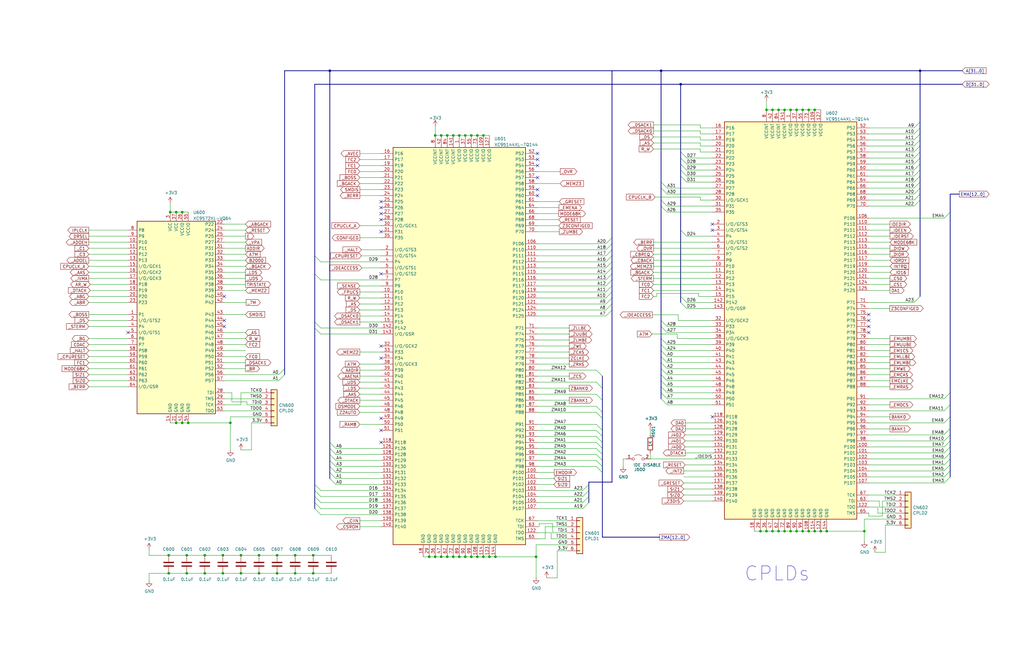
<source format=kicad_sch>
(kicad_sch (version 20211123) (generator eeschema)
  (paper "B")
  (title_block (title "Amiga N2630") (date "2022-09-12") (rev "2.3"))
  (junction (at 93.98 234.315))
  (junction (at 124.46 234.315))
  (junction (at 364.49 224.155))
  (junction (at 335.915 224.155))
  (junction (at 71.755 89.535))
  (junction (at 226.06 234.95))
  (junction (at 74.295 178.435))
  (junction (at 74.295 89.535))
  (junction (at 109.22 234.315))
  (junction (at 71.12 234.315))
  (junction (at 206.375 234.95))
  (junction (at 132.08 234.315))
  (junction (at 208.915 234.95))
  (junction (at 203.835 57.15))
  (junction (at 139.065 29.845))
  (junction (at 109.22 241.935))
  (junction (at 132.08 241.935))
  (junction (at 191.135 57.15))
  (junction (at 193.675 57.15))
  (junction (at 86.36 234.315))
  (junction (at 196.215 57.15))
  (junction (at 325.755 224.155))
  (junction (at 183.515 57.15))
  (junction (at 191.135 234.95))
  (junction (at 76.835 178.435))
  (junction (at 343.535 46.355))
  (junction (at 330.835 224.155))
  (junction (at 387.985 29.845))
  (junction (at 116.84 234.315))
  (junction (at 188.595 57.15))
  (junction (at 97.155 178.435))
  (junction (at 201.295 57.15))
  (junction (at 180.975 234.95))
  (junction (at 340.995 46.355))
  (junction (at 287.02 35.56))
  (junction (at 78.74 234.315))
  (junction (at 76.835 89.535))
  (junction (at 78.74 241.935))
  (junction (at 124.46 241.935))
  (junction (at 278.765 29.845))
  (junction (at 333.375 224.155))
  (junction (at 101.6 234.315))
  (junction (at 340.995 224.155))
  (junction (at 323.215 46.355))
  (junction (at 325.755 46.355))
  (junction (at 338.455 46.355))
  (junction (at 346.075 224.155))
  (junction (at 186.055 234.95))
  (junction (at 198.755 57.15))
  (junction (at 79.375 178.435))
  (junction (at 196.215 234.95))
  (junction (at 186.055 57.15))
  (junction (at 93.98 241.935))
  (junction (at 328.295 46.355))
  (junction (at 101.6 241.935))
  (junction (at 323.215 224.155))
  (junction (at 328.295 224.155))
  (junction (at 343.535 224.155))
  (junction (at 330.835 46.355))
  (junction (at 116.84 241.935))
  (junction (at 335.915 46.355))
  (junction (at 320.675 224.155))
  (junction (at 338.455 224.155))
  (junction (at 183.515 234.95))
  (junction (at 71.12 241.935))
  (junction (at 86.36 241.935))
  (junction (at 333.375 46.355))
  (junction (at 193.675 234.95))
  (junction (at 203.835 234.95))
  (junction (at 188.595 234.95))
  (junction (at 201.295 234.95))
  (junction (at 348.615 224.155))
  (junction (at 198.755 234.95))
  (no_connect (at 94.615 125.095))
  (no_connect (at 160.655 186.69))
  (no_connect (at 226.695 82.55))
  (no_connect (at 226.695 80.01))
  (no_connect (at 226.695 74.93))
  (no_connect (at 226.695 67.31))
  (no_connect (at 226.695 64.77))
  (no_connect (at 226.695 69.85))
  (no_connect (at 160.655 115.57))
  (no_connect (at 160.655 97.79))
  (no_connect (at 300.355 175.895))
  (no_connect (at 160.655 146.05))
  (no_connect (at 160.655 92.71))
  (no_connect (at 366.395 140.335))
  (no_connect (at 366.395 137.795))
  (no_connect (at 366.395 135.255))
  (no_connect (at 160.655 85.09))
  (no_connect (at 160.655 87.63))
  (no_connect (at 160.655 90.17))
  (no_connect (at 94.615 137.795))
  (no_connect (at 94.615 135.255))
  (no_connect (at 300.355 97.155))
  (no_connect (at 300.355 94.615))
  (no_connect (at 160.655 151.13))
  (no_connect (at 160.655 176.53))
  (no_connect (at 160.655 181.61))
  (no_connect (at 366.395 132.715))
  (no_connect (at 53.975 140.335))
  (bus_entry (at 281.305 137.795) (size -2.54 -2.54))
  (bus_entry (at 398.145 186.055) (size 2.54 -2.54))
  (bus_entry (at 398.018 183.515) (size 2.54 -2.54))
  (bus_entry (at 398.145 188.595) (size 2.54 -2.54))
  (bus_entry (at 398.145 173.355) (size 2.54 -2.54))
  (bus_entry (at 398.145 178.435) (size 2.54 -2.54))
  (bus_entry (at 255.524 107.95) (size 2.54 -2.54))
  (bus_entry (at 385.445 74.295) (size 2.54 -2.54))
  (bus_entry (at 385.445 61.595) (size 2.54 -2.54))
  (bus_entry (at 255.524 133.35) (size 2.54 -2.54))
  (bus_entry (at 385.445 53.975) (size 2.54 -2.54))
  (bus_entry (at 281.305 89.535) (size -2.54 -2.54))
  (bus_entry (at 281.305 79.375) (size -2.54 -2.54))
  (bus_entry (at 385.445 127.635) (size 2.54 -2.54))
  (bus_entry (at 385.445 79.375) (size 2.54 -2.54))
  (bus_entry (at 135.255 209.55) (size -2.54 -2.54))
  (bus_entry (at 289.56 71.755) (size -2.54 -2.54))
  (bus_entry (at 281.305 165.735) (size -2.54 -2.54))
  (bus_entry (at 398.145 201.295) (size 2.54 -2.54))
  (bus_entry (at 398.145 193.675) (size 2.54 -2.54))
  (bus_entry (at 398.145 203.835) (size 2.54 -2.54))
  (bus_entry (at 398.145 92.075) (size 2.54 -2.54))
  (bus_entry (at 398.018 198.755) (size 2.54 -2.54))
  (bus_entry (at 398.145 196.215) (size 2.54 -2.54))
  (bus_entry (at 398.145 191.135) (size 2.54 -2.54))
  (bus_entry (at 251.46 156.21) (size 2.54 2.54))
  (bus_entry (at 135.255 207.01) (size -2.54 -2.54))
  (bus_entry (at 281.305 163.195) (size -2.54 -2.54))
  (bus_entry (at 281.305 150.495) (size -2.54 -2.54))
  (bus_entry (at 281.305 145.415) (size -2.54 -2.54))
  (bus_entry (at 141.605 204.47) (size -2.54 -2.54))
  (bus_entry (at 141.605 196.85) (size -2.54 -2.54))
  (bus_entry (at 141.605 194.31) (size -2.54 -2.54))
  (bus_entry (at 141.605 199.39) (size -2.54 -2.54))
  (bus_entry (at 141.605 201.93) (size -2.54 -2.54))
  (bus_entry (at 141.605 189.23) (size -2.54 -2.54))
  (bus_entry (at 141.605 191.77) (size -2.54 -2.54))
  (bus_entry (at 255.524 118.11) (size 2.54 -2.54))
  (bus_entry (at 255.524 128.27) (size 2.54 -2.54))
  (bus_entry (at 255.524 120.65) (size 2.54 -2.54))
  (bus_entry (at 255.524 123.19) (size 2.54 -2.54))
  (bus_entry (at 255.524 125.73) (size 2.54 -2.54))
  (bus_entry (at 255.524 130.81) (size 2.54 -2.54))
  (bus_entry (at 245.745 207.01) (size 2.54 -2.54))
  (bus_entry (at 245.745 214.63) (size 2.54 -2.54))
  (bus_entry (at 245.745 212.09) (size 2.54 -2.54))
  (bus_entry (at 255.524 115.57) (size 2.54 -2.54))
  (bus_entry (at 255.524 113.03) (size 2.54 -2.54))
  (bus_entry (at 245.745 209.55) (size 2.54 -2.54))
  (bus_entry (at 251.46 161.29) (size 2.54 2.54))
  (bus_entry (at 385.445 84.455) (size 2.54 -2.54))
  (bus_entry (at 289.56 130.175) (size -2.54 -2.54))
  (bus_entry (at 385.445 69.215) (size 2.54 -2.54))
  (bus_entry (at 255.524 110.49) (size 2.54 -2.54))
  (bus_entry (at 385.445 81.915) (size 2.54 -2.54))
  (bus_entry (at 385.445 59.055) (size 2.54 -2.54))
  (bus_entry (at 281.305 170.815) (size -2.54 -2.54))
  (bus_entry (at 289.56 127.635) (size -2.54 -2.54))
  (bus_entry (at 385.445 56.515) (size 2.54 -2.54))
  (bus_entry (at 281.305 155.575) (size -2.54 -2.54))
  (bus_entry (at 135.255 217.17) (size -2.54 -2.54))
  (bus_entry (at 289.56 74.295) (size -2.54 -2.54))
  (bus_entry (at 281.305 168.275) (size -2.54 -2.54))
  (bus_entry (at 281.305 160.655) (size -2.54 -2.54))
  (bus_entry (at 289.56 99.695) (size -2.54 -2.54))
  (bus_entry (at 117.475 158.115) (size 2.54 -2.54))
  (bus_entry (at 255.524 102.87) (size 2.54 -2.54))
  (bus_entry (at 385.445 71.755) (size 2.54 -2.54))
  (bus_entry (at 281.305 158.115) (size -2.54 -2.54))
  (bus_entry (at 398.145 168.275) (size 2.54 -2.54))
  (bus_entry (at 289.56 66.675) (size -2.54 -2.54))
  (bus_entry (at 281.305 147.955) (size -2.54 -2.54))
  (bus_entry (at 385.445 64.135) (size 2.54 -2.54))
  (bus_entry (at 281.305 140.335) (size -2.54 -2.54))
  (bus_entry (at 385.445 86.995) (size 2.54 -2.54))
  (bus_entry (at 289.56 76.835) (size -2.54 -2.54))
  (bus_entry (at 385.445 66.675) (size 2.54 -2.54))
  (bus_entry (at 385.445 76.835) (size 2.54 -2.54))
  (bus_entry (at 255.524 105.41) (size 2.54 -2.54))
  (bus_entry (at 281.305 153.035) (size -2.54 -2.54))
  (bus_entry (at 135.255 212.09) (size -2.54 -2.54))
  (bus_entry (at 289.56 69.215) (size -2.54 -2.54))
  (bus_entry (at 251.46 171.45) (size 2.54 2.54))
  (bus_entry (at 251.46 166.37) (size 2.54 2.54))
  (bus_entry (at 251.46 179.07) (size 2.54 2.54))
  (bus_entry (at 251.46 173.99) (size 2.54 2.54))
  (bus_entry (at 251.46 191.77) (size 2.54 2.54))
  (bus_entry (at 251.46 194.31) (size 2.54 2.54))
  (bus_entry (at 251.46 196.85) (size 2.54 2.54))
  (bus_entry (at 251.46 184.15) (size 2.54 2.54))
  (bus_entry (at 251.46 189.23) (size 2.54 2.54))
  (bus_entry (at 251.46 181.61) (size 2.54 2.54))
  (bus_entry (at 251.46 186.69) (size 2.54 2.54))
  (bus_entry (at 117.475 160.655) (size 2.54 -2.54))
  (bus_entry (at 281.305 86.995) (size -2.54 -2.54))
  (bus_entry (at 281.305 81.915) (size -2.54 -2.54))
  (bus_entry (at 135.255 110.49) (size -2.54 -2.54))
  (bus_entry (at 135.255 118.11) (size -2.54 -2.54))
  (bus_entry (at 135.255 140.97) (size -2.54 -2.54))
  (bus_entry (at 135.255 138.43) (size -2.54 -2.54))
  (bus_entry (at 135.255 214.63) (size -2.54 -2.54))
  (bus (pts (xy 278.765 79.375) (xy 278.765 84.455)))
  (wire (pts (xy 53.975 112.395) (xy 37.465 112.395)))
  (wire (pts (xy 160.655 166.37) (xy 151.765 166.37)))
  (wire (pts (xy 366.395 173.355) (xy 398.145 173.355)))
  (wire (pts (xy 276.225 83.185) (xy 295.275 83.185)))
  (wire (pts (xy 183.515 234.95) (xy 186.055 234.95)))
  (wire (pts (xy 226.06 243.84) (xy 226.06 234.95)))
  (bus (pts (xy 254 163.83) (xy 254 168.91)))
  (wire (pts (xy 226.06 234.95) (xy 226.06 229.87)))
  (bus (pts (xy 258.064 120.65) (xy 258.064 118.11)))
  (bus (pts (xy 132.715 107.95) (xy 132.715 35.56)))
  (bus (pts (xy 258.064 115.57) (xy 258.064 113.03)))
  (bus (pts (xy 254 181.61) (xy 254 184.15)))
  (wire (pts (xy 203.835 234.95) (xy 206.375 234.95)))
  (wire (pts (xy 366.395 109.855) (xy 375.285 109.855)))
  (wire (pts (xy 288.29 203.835) (xy 300.355 203.835)))
  (wire (pts (xy 103.505 147.955) (xy 94.615 147.955)))
  (wire (pts (xy 180.975 234.95) (xy 183.515 234.95)))
  (wire (pts (xy 101.6 241.935) (xy 93.98 241.935)))
  (wire (pts (xy 239.395 222.25) (xy 229.87 222.25)))
  (bus (pts (xy 248.285 212.09) (xy 248.285 209.55)))
  (wire (pts (xy 300.355 165.735) (xy 281.305 165.735)))
  (bus (pts (xy 287.02 125.095) (xy 287.02 127.635)))
  (wire (pts (xy 289.56 127.635) (xy 300.355 127.635)))
  (wire (pts (xy 300.355 160.655) (xy 281.305 160.655)))
  (wire (pts (xy 53.975 109.855) (xy 37.465 109.855)))
  (wire (pts (xy 188.595 234.95) (xy 191.135 234.95)))
  (wire (pts (xy 151.765 222.25) (xy 160.655 222.25)))
  (wire (pts (xy 366.395 170.815) (xy 375.285 170.815)))
  (wire (pts (xy 372.11 217.805) (xy 366.395 217.805)))
  (wire (pts (xy 104.14 170.815) (xy 110.49 170.815)))
  (wire (pts (xy 366.395 120.015) (xy 375.285 120.015)))
  (wire (pts (xy 135.255 214.63) (xy 160.655 214.63)))
  (wire (pts (xy 320.675 224.155) (xy 318.135 224.155)))
  (wire (pts (xy 286.004 135.255) (xy 286.004 132.842)))
  (wire (pts (xy 295.275 52.705) (xy 275.59 52.705)))
  (bus (pts (xy 139.065 194.31) (xy 139.065 196.85)))
  (wire (pts (xy 328.295 46.355) (xy 325.755 46.355)))
  (wire (pts (xy 385.445 71.755) (xy 366.395 71.755)))
  (wire (pts (xy 274.193 193.675) (xy 300.355 193.675)))
  (bus (pts (xy 254 158.75) (xy 254 163.83)))
  (wire (pts (xy 281.305 150.495) (xy 300.355 150.495)))
  (wire (pts (xy 255.524 110.49) (xy 226.695 110.49)))
  (wire (pts (xy 245.745 214.63) (xy 226.695 214.63)))
  (wire (pts (xy 262.763 193.675) (xy 262.763 196.85)))
  (wire (pts (xy 364.49 224.155) (xy 364.49 219.075)))
  (wire (pts (xy 385.445 84.455) (xy 366.395 84.455)))
  (bus (pts (xy 132.715 212.09) (xy 132.715 214.63)))
  (wire (pts (xy 97.155 178.435) (xy 97.155 175.895)))
  (wire (pts (xy 53.975 122.555) (xy 38.1 122.555)))
  (wire (pts (xy 285.5976 142.875) (xy 285.5976 140.97)))
  (wire (pts (xy 295.275 60.325) (xy 295.275 61.595)))
  (bus (pts (xy 248.285 209.55) (xy 248.285 207.01)))
  (wire (pts (xy 71.755 85.725) (xy 71.755 89.535)))
  (wire (pts (xy 103.505 102.235) (xy 94.615 102.235)))
  (wire (pts (xy 135.255 207.01) (xy 160.655 207.01)))
  (wire (pts (xy 300.355 107.315) (xy 275.59 107.315)))
  (wire (pts (xy 226.695 97.79) (xy 235.839 97.79)))
  (wire (pts (xy 103.505 155.575) (xy 94.615 155.575)))
  (bus (pts (xy 132.715 138.557) (xy 132.715 204.47)))
  (wire (pts (xy 226.695 189.23) (xy 251.46 189.23)))
  (wire (pts (xy 191.135 57.15) (xy 188.595 57.15)))
  (wire (pts (xy 53.975 125.095) (xy 37.465 125.095)))
  (wire (pts (xy 335.915 46.355) (xy 333.375 46.355)))
  (wire (pts (xy 300.355 208.915) (xy 288.29 208.915)))
  (wire (pts (xy 94.615 94.615) (xy 103.505 94.615)))
  (wire (pts (xy 385.445 127.635) (xy 366.395 127.635)))
  (wire (pts (xy 226.695 219.71) (xy 239.395 219.71)))
  (bus (pts (xy 258.064 102.87) (xy 258.064 100.33)))
  (wire (pts (xy 281.305 147.955) (xy 300.355 147.955)))
  (wire (pts (xy 226.695 92.71) (xy 235.585 92.71)))
  (wire (pts (xy 37.465 158.115) (xy 53.975 158.115)))
  (wire (pts (xy 281.305 89.535) (xy 300.355 89.535)))
  (wire (pts (xy 281.305 81.915) (xy 300.355 81.915)))
  (bus (pts (xy 254 191.77) (xy 254 194.31)))
  (wire (pts (xy 289.56 99.695) (xy 300.355 99.695)))
  (bus (pts (xy 400.685 191.135) (xy 400.685 188.595)))
  (wire (pts (xy 226.695 194.31) (xy 251.46 194.31)))
  (wire (pts (xy 160.655 74.93) (xy 151.765 74.93)))
  (wire (pts (xy 103.505 122.555) (xy 94.615 122.555)))
  (wire (pts (xy 226.695 191.77) (xy 251.46 191.77)))
  (bus (pts (xy 258.064 118.11) (xy 258.064 115.57)))
  (bus (pts (xy 254 199.39) (xy 254 226.695)))
  (wire (pts (xy 300.355 186.055) (xy 288.925 186.055)))
  (wire (pts (xy 94.615 158.115) (xy 117.475 158.115)))
  (wire (pts (xy 300.355 112.395) (xy 275.59 112.395)))
  (wire (pts (xy 289.56 74.295) (xy 300.355 74.295)))
  (wire (pts (xy 206.375 234.95) (xy 208.915 234.95)))
  (wire (pts (xy 366.395 175.895) (xy 375.285 175.895)))
  (wire (pts (xy 274.193 183.515) (xy 274.193 180.975)))
  (wire (pts (xy 196.215 234.95) (xy 198.755 234.95)))
  (wire (pts (xy 160.655 64.77) (xy 151.765 64.77)))
  (bus (pts (xy 387.985 64.135) (xy 387.985 66.675)))
  (bus (pts (xy 254 189.23) (xy 254 191.77)))
  (wire (pts (xy 300.355 125.095) (xy 294.64 125.095)))
  (wire (pts (xy 160.655 77.47) (xy 151.765 77.47)))
  (wire (pts (xy 300.355 170.815) (xy 281.305 170.815)))
  (wire (pts (xy 274.193 191.135) (xy 274.193 193.675)))
  (wire (pts (xy 141.605 196.85) (xy 160.655 196.85)))
  (wire (pts (xy 289.56 76.835) (xy 300.355 76.835)))
  (wire (pts (xy 94.615 109.855) (xy 103.505 109.855)))
  (wire (pts (xy 385.445 53.975) (xy 366.395 53.975)))
  (wire (pts (xy 160.655 173.99) (xy 151.765 173.99)))
  (wire (pts (xy 325.755 46.355) (xy 323.215 46.355)))
  (wire (pts (xy 196.215 57.15) (xy 193.675 57.15)))
  (wire (pts (xy 53.975 117.475) (xy 37.465 117.475)))
  (bus (pts (xy 400.685 175.895) (xy 400.685 170.815)))
  (bus (pts (xy 387.985 61.595) (xy 387.985 64.135)))
  (wire (pts (xy 366.395 145.415) (xy 375.285 145.415)))
  (wire (pts (xy 93.98 241.935) (xy 86.36 241.935)))
  (wire (pts (xy 300.355 183.515) (xy 288.925 183.515)))
  (wire (pts (xy 275.59 104.775) (xy 300.355 104.775)))
  (wire (pts (xy 103.505 150.495) (xy 94.615 150.495)))
  (wire (pts (xy 37.465 147.955) (xy 53.975 147.955)))
  (wire (pts (xy 226.695 199.39) (xy 233.68 199.39)))
  (wire (pts (xy 124.46 241.935) (xy 132.08 241.935)))
  (wire (pts (xy 340.995 224.155) (xy 338.455 224.155)))
  (wire (pts (xy 37.465 132.715) (xy 53.975 132.715)))
  (bus (pts (xy 400.685 89.535) (xy 400.685 81.915)))
  (wire (pts (xy 151.765 156.21) (xy 160.655 156.21)))
  (wire (pts (xy 151.765 123.19) (xy 160.655 123.19)))
  (wire (pts (xy 53.975 137.795) (xy 37.465 137.795)))
  (bus (pts (xy 254 194.31) (xy 254 196.85)))
  (wire (pts (xy 226.695 90.17) (xy 235.585 90.17)))
  (wire (pts (xy 37.465 104.775) (xy 53.975 104.775)))
  (wire (pts (xy 300.355 163.195) (xy 281.305 163.195)))
  (wire (pts (xy 281.305 86.995) (xy 300.355 86.995)))
  (bus (pts (xy 248.285 203.454) (xy 258.064 203.454)))
  (wire (pts (xy 208.915 234.95) (xy 226.06 234.95)))
  (bus (pts (xy 278.765 158.115) (xy 278.765 160.655)))
  (wire (pts (xy 135.255 217.17) (xy 160.655 217.17)))
  (wire (pts (xy 191.135 234.95) (xy 193.675 234.95)))
  (bus (pts (xy 258.064 113.03) (xy 258.064 110.49)))
  (wire (pts (xy 366.395 178.435) (xy 398.145 178.435)))
  (bus (pts (xy 278.765 153.035) (xy 278.765 155.575)))
  (wire (pts (xy 385.445 69.215) (xy 366.395 69.215)))
  (bus (pts (xy 120.015 29.845) (xy 139.065 29.845)))
  (bus (pts (xy 287.02 35.56) (xy 287.02 64.135)))
  (wire (pts (xy 160.655 163.83) (xy 151.765 163.83)))
  (wire (pts (xy 375.285 122.555) (xy 366.395 122.555)))
  (bus (pts (xy 278.765 160.655) (xy 278.765 163.195)))
  (bus (pts (xy 254 176.53) (xy 254 181.61)))
  (bus (pts (xy 258.064 128.27) (xy 258.064 130.81)))
  (wire (pts (xy 151.765 125.73) (xy 160.655 125.73)))
  (wire (pts (xy 76.835 178.435) (xy 79.375 178.435)))
  (wire (pts (xy 151.765 158.75) (xy 160.655 158.75)))
  (wire (pts (xy 226.695 143.51) (xy 240.03 143.51)))
  (wire (pts (xy 234.95 243.84) (xy 230.505 243.84)))
  (wire (pts (xy 103.505 140.335) (xy 94.615 140.335)))
  (wire (pts (xy 226.695 87.63) (xy 235.712 87.63)))
  (wire (pts (xy 255.524 102.87) (xy 226.695 102.87)))
  (wire (pts (xy 109.22 241.935) (xy 101.6 241.935)))
  (wire (pts (xy 141.605 191.77) (xy 160.655 191.77)))
  (wire (pts (xy 193.675 234.95) (xy 196.215 234.95)))
  (wire (pts (xy 79.375 178.435) (xy 97.155 178.435)))
  (wire (pts (xy 372.11 211.455) (xy 372.11 217.805)))
  (bus (pts (xy 387.985 66.675) (xy 387.985 69.215)))
  (bus (pts (xy 400.685 81.915) (xy 404.495 81.915)))
  (wire (pts (xy 366.395 163.195) (xy 375.285 163.195)))
  (wire (pts (xy 103.505 145.415) (xy 94.615 145.415)))
  (wire (pts (xy 300.355 117.475) (xy 275.59 117.475)))
  (wire (pts (xy 264.033 193.675) (xy 262.763 193.675)))
  (wire (pts (xy 226.695 72.39) (xy 236.22 72.39)))
  (bus (pts (xy 278.765 145.415) (xy 278.765 147.955)))
  (bus (pts (xy 287.02 74.295) (xy 287.02 97.155)))
  (bus (pts (xy 278.765 29.845) (xy 387.985 29.845)))
  (bus (pts (xy 278.765 165.735) (xy 278.765 168.275)))
  (bus (pts (xy 400.685 193.675) (xy 400.685 191.135)))
  (wire (pts (xy 135.255 138.43) (xy 160.655 138.43)))
  (wire (pts (xy 109.22 234.315) (xy 116.84 234.315)))
  (wire (pts (xy 151.765 120.65) (xy 160.655 120.65)))
  (wire (pts (xy 160.655 107.95) (xy 152.4 107.95)))
  (bus (pts (xy 287.02 64.135) (xy 287.02 66.675)))
  (bus (pts (xy 258.064 130.81) (xy 258.064 203.454)))
  (wire (pts (xy 366.395 183.515) (xy 398.018 183.515)))
  (wire (pts (xy 141.605 189.23) (xy 160.655 189.23)))
  (wire (pts (xy 333.375 46.355) (xy 330.835 46.355)))
  (wire (pts (xy 226.695 153.67) (xy 240.03 153.67)))
  (wire (pts (xy 300.355 114.935) (xy 275.59 114.935)))
  (wire (pts (xy 160.655 95.25) (xy 151.765 95.25)))
  (wire (pts (xy 229.87 222.25) (xy 229.87 227.33)))
  (wire (pts (xy 233.045 220.98) (xy 227.33 220.98)))
  (bus (pts (xy 400.685 89.535) (xy 400.685 165.735)))
  (wire (pts (xy 116.84 241.935) (xy 124.46 241.935)))
  (wire (pts (xy 135.255 110.49) (xy 160.655 110.49)))
  (wire (pts (xy 53.975 107.315) (xy 37.465 107.315)))
  (wire (pts (xy 300.355 120.015) (xy 275.59 120.015)))
  (wire (pts (xy 86.36 234.315) (xy 78.74 234.315)))
  (bus (pts (xy 387.985 29.845) (xy 405.765 29.845)))
  (wire (pts (xy 226.695 77.47) (xy 236.1946 77.47)))
  (wire (pts (xy 103.505 112.395) (xy 94.615 112.395)))
  (wire (pts (xy 97.155 189.865) (xy 97.155 178.435)))
  (wire (pts (xy 151.765 130.81) (xy 160.655 130.81)))
  (wire (pts (xy 232.41 227.33) (xy 239.395 227.33)))
  (wire (pts (xy 275.59 60.325) (xy 295.275 60.325)))
  (wire (pts (xy 338.455 224.155) (xy 335.915 224.155)))
  (wire (pts (xy 226.695 85.09) (xy 235.839 85.09)))
  (wire (pts (xy 101.6 165.735) (xy 101.6 170.815)))
  (wire (pts (xy 370.84 213.995) (xy 377.825 213.995)))
  (wire (pts (xy 97.79 165.735) (xy 97.79 169.545)))
  (wire (pts (xy 300.355 84.455) (xy 295.275 84.455)))
  (wire (pts (xy 198.755 57.15) (xy 196.215 57.15)))
  (wire (pts (xy 226.695 179.07) (xy 251.46 179.07)))
  (wire (pts (xy 201.295 57.15) (xy 198.755 57.15)))
  (wire (pts (xy 276.86 125.095) (xy 275.59 125.095)))
  (wire (pts (xy 109.22 241.935) (xy 116.84 241.935)))
  (wire (pts (xy 348.615 224.155) (xy 364.49 224.155)))
  (wire (pts (xy 71.12 234.315) (xy 62.865 234.315)))
  (bus (pts (xy 139.065 191.77) (xy 139.065 194.31)))
  (wire (pts (xy 385.445 86.995) (xy 366.395 86.995)))
  (wire (pts (xy 198.755 234.95) (xy 201.295 234.95)))
  (wire (pts (xy 255.524 133.35) (xy 226.695 133.35)))
  (bus (pts (xy 400.685 188.595) (xy 400.685 186.055)))
  (bus (pts (xy 258.064 100.33) (xy 258.064 29.972)))
  (bus (pts (xy 387.985 56.515) (xy 387.985 59.055)))
  (bus (pts (xy 139.065 186.69) (xy 139.065 189.23)))
  (wire (pts (xy 124.46 234.315) (xy 132.08 234.315)))
  (wire (pts (xy 294.64 123.825) (xy 276.86 123.825)))
  (wire (pts (xy 141.605 199.39) (xy 160.655 199.39)))
  (wire (pts (xy 71.12 241.935) (xy 62.865 241.935)))
  (wire (pts (xy 370.205 213.995) (xy 370.205 216.535)))
  (wire (pts (xy 366.395 168.275) (xy 398.145 168.275)))
  (wire (pts (xy 203.835 57.15) (xy 201.295 57.15)))
  (wire (pts (xy 53.975 99.695) (xy 37.465 99.695)))
  (wire (pts (xy 233.045 224.79) (xy 233.045 220.98)))
  (bus (pts (xy 400.685 183.515) (xy 400.685 175.895)))
  (wire (pts (xy 366.395 112.395) (xy 375.285 112.395)))
  (wire (pts (xy 37.465 153.035) (xy 53.975 153.035)))
  (bus (pts (xy 278.765 163.195) (xy 278.765 165.735)))
  (wire (pts (xy 226.695 184.15) (xy 251.46 184.15)))
  (wire (pts (xy 366.395 203.835) (xy 398.145 203.835)))
  (wire (pts (xy 366.395 114.935) (xy 375.285 114.935)))
  (wire (pts (xy 385.445 64.135) (xy 366.395 64.135)))
  (wire (pts (xy 186.055 234.95) (xy 188.595 234.95)))
  (wire (pts (xy 323.215 224.155) (xy 320.675 224.155)))
  (wire (pts (xy 288.29 198.755) (xy 300.355 198.755)))
  (wire (pts (xy 226.695 140.97) (xy 240.03 140.97)))
  (wire (pts (xy 300.355 191.135) (xy 288.925 191.135)))
  (wire (pts (xy 377.825 221.615) (xy 373.38 221.615)))
  (bus (pts (xy 278.765 137.795) (xy 278.765 142.875)))
  (wire (pts (xy 366.395 142.875) (xy 375.285 142.875)))
  (wire (pts (xy 255.524 130.81) (xy 226.695 130.81)))
  (bus (pts (xy 258.064 107.95) (xy 258.064 105.41)))
  (wire (pts (xy 385.445 56.515) (xy 366.395 56.515)))
  (wire (pts (xy 323.215 42.545) (xy 323.215 46.355)))
  (wire (pts (xy 117.475 160.655) (xy 94.615 160.655)))
  (wire (pts (xy 132.08 234.315) (xy 139.7 234.315)))
  (wire (pts (xy 160.655 161.29) (xy 151.765 161.29)))
  (wire (pts (xy 300.355 56.515) (xy 295.275 56.515)))
  (bus (pts (xy 132.715 115.57) (xy 132.715 107.95)))
  (wire (pts (xy 226.695 204.47) (xy 233.553 204.47)))
  (wire (pts (xy 151.765 153.67) (xy 160.655 153.67)))
  (wire (pts (xy 53.975 127.635) (xy 37.465 127.635)))
  (bus (pts (xy 387.985 81.915) (xy 387.985 84.455)))
  (wire (pts (xy 288.925 196.215) (xy 300.355 196.215)))
  (wire (pts (xy 295.275 55.245) (xy 275.59 55.245)))
  (wire (pts (xy 97.79 169.545) (xy 104.14 169.545)))
  (bus (pts (xy 400.685 186.055) (xy 400.685 183.515)))
  (wire (pts (xy 132.08 241.935) (xy 139.7 241.935)))
  (wire (pts (xy 295.275 64.135) (xy 295.275 62.865)))
  (bus (pts (xy 400.685 201.295) (xy 400.685 198.755)))
  (wire (pts (xy 366.395 117.475) (xy 375.285 117.475)))
  (wire (pts (xy 288.925 180.975) (xy 300.355 180.975)))
  (wire (pts (xy 366.395 211.455) (xy 370.84 211.455)))
  (wire (pts (xy 226.695 151.13) (xy 240.03 151.13)))
  (wire (pts (xy 53.975 120.015) (xy 38.1 120.015)))
  (wire (pts (xy 370.205 216.535) (xy 377.825 216.535)))
  (wire (pts (xy 226.695 158.75) (xy 240.03 158.75)))
  (wire (pts (xy 364.49 219.075) (xy 377.825 219.075)))
  (wire (pts (xy 255.524 105.41) (xy 226.695 105.41)))
  (wire (pts (xy 295.275 56.515) (xy 295.275 55.245)))
  (wire (pts (xy 93.98 234.315) (xy 86.36 234.315)))
  (wire (pts (xy 276.86 123.825) (xy 276.86 125.095)))
  (wire (pts (xy 281.305 153.035) (xy 300.355 153.035)))
  (wire (pts (xy 373.38 233.045) (xy 368.935 233.045)))
  (bus (pts (xy 132.715 135.89) (xy 132.715 115.57)))
  (wire (pts (xy 275.59 102.235) (xy 300.355 102.235)))
  (wire (pts (xy 227.33 222.25) (xy 226.695 222.25)))
  (wire (pts (xy 275.59 62.865) (xy 295.275 62.865)))
  (wire (pts (xy 151.765 67.31) (xy 160.655 67.31)))
  (bus (pts (xy 254 184.15) (xy 254 186.69)))
  (wire (pts (xy 366.395 198.755) (xy 398.018 198.755)))
  (wire (pts (xy 366.395 104.775) (xy 375.285 104.775)))
  (wire (pts (xy 160.655 80.01) (xy 151.765 80.01)))
  (wire (pts (xy 255.524 113.03) (xy 226.695 113.03)))
  (wire (pts (xy 366.395 150.495) (xy 375.285 150.495)))
  (bus (pts (xy 287.02 35.56) (xy 405.765 35.56)))
  (wire (pts (xy 288.29 206.375) (xy 300.355 206.375)))
  (wire (pts (xy 160.655 171.45) (xy 151.765 171.45)))
  (wire (pts (xy 151.765 128.27) (xy 160.655 128.27)))
  (wire (pts (xy 206.375 57.15) (xy 203.835 57.15)))
  (wire (pts (xy 160.655 179.07) (xy 151.765 179.07)))
  (wire (pts (xy 286.004 132.842) (xy 275.082 132.842)))
  (bus (pts (xy 287.02 71.755) (xy 287.02 74.295)))
  (wire (pts (xy 255.524 115.57) (xy 226.695 115.57)))
  (wire (pts (xy 160.655 168.91) (xy 151.765 168.91)))
  (wire (pts (xy 37.465 150.495) (xy 53.975 150.495)))
  (wire (pts (xy 385.445 79.375) (xy 366.395 79.375)))
  (wire (pts (xy 37.465 160.655) (xy 53.975 160.655)))
  (wire (pts (xy 328.295 224.155) (xy 325.755 224.155)))
  (wire (pts (xy 366.395 153.035) (xy 375.285 153.035)))
  (wire (pts (xy 245.745 212.09) (xy 226.695 212.09)))
  (wire (pts (xy 53.975 135.255) (xy 37.465 135.255)))
  (wire (pts (xy 275.59 57.785) (xy 295.275 57.785)))
  (wire (pts (xy 160.655 72.39) (xy 151.765 72.39)))
  (wire (pts (xy 226.695 171.45) (xy 251.46 171.45)))
  (wire (pts (xy 294.64 125.095) (xy 294.64 123.825)))
  (wire (pts (xy 37.465 145.415) (xy 53.975 145.415)))
  (wire (pts (xy 226.695 146.05) (xy 240.03 146.05)))
  (bus (pts (xy 400.685 170.815) (xy 400.685 165.735)))
  (bus (pts (xy 139.065 199.39) (xy 139.065 201.93)))
  (wire (pts (xy 364.49 228.6) (xy 364.49 224.155)))
  (wire (pts (xy 103.505 142.875) (xy 94.615 142.875)))
  (wire (pts (xy 377.825 211.455) (xy 372.11 211.455)))
  (bus (pts (xy 278.765 147.955) (xy 278.765 150.495)))
  (wire (pts (xy 94.615 97.155) (xy 103.505 97.155)))
  (bus (pts (xy 387.985 79.375) (xy 387.985 81.915)))
  (bus (pts (xy 120.015 158.115) (xy 120.015 155.575)))
  (bus (pts (xy 387.985 53.975) (xy 387.985 56.515)))
  (wire (pts (xy 226.695 181.61) (xy 251.46 181.61)))
  (wire (pts (xy 110.49 168.275) (xy 94.615 168.275)))
  (bus (pts (xy 132.715 35.56) (xy 287.02 35.56)))
  (wire (pts (xy 366.395 213.995) (xy 370.205 213.995)))
  (bus (pts (xy 254 226.695) (xy 278.13 226.695)))
  (bus (pts (xy 258.064 105.41) (xy 258.064 102.87)))
  (bus (pts (xy 120.015 155.575) (xy 120.015 29.845)))
  (wire (pts (xy 110.49 173.355) (xy 94.615 173.355)))
  (wire (pts (xy 160.655 204.47) (xy 141.605 204.47)))
  (wire (pts (xy 295.275 53.975) (xy 295.275 52.705)))
  (bus (pts (xy 139.065 196.85) (xy 139.065 199.39)))
  (bus (pts (xy 387.985 74.295) (xy 387.985 76.835)))
  (bus (pts (xy 387.985 69.215) (xy 387.985 71.755)))
  (wire (pts (xy 366.395 158.115) (xy 375.285 158.115)))
  (wire (pts (xy 289.56 71.755) (xy 300.355 71.755)))
  (wire (pts (xy 109.22 234.315) (xy 101.6 234.315)))
  (wire (pts (xy 330.835 224.155) (xy 328.295 224.155)))
  (wire (pts (xy 274.9296 140.97) (xy 285.5976 140.97)))
  (bus (pts (xy 387.985 51.435) (xy 387.985 53.975)))
  (wire (pts (xy 385.445 76.835) (xy 366.395 76.835)))
  (wire (pts (xy 37.465 155.575) (xy 53.975 155.575)))
  (wire (pts (xy 79.375 89.535) (xy 76.835 89.535)))
  (bus (pts (xy 132.715 138.43) (xy 132.715 135.89)))
  (wire (pts (xy 366.395 193.675) (xy 398.145 193.675)))
  (bus (pts (xy 258.064 123.19) (xy 258.064 120.65)))
  (wire (pts (xy 346.075 46.355) (xy 343.535 46.355)))
  (wire (pts (xy 152.5778 113.03) (xy 160.655 113.03)))
  (wire (pts (xy 74.295 178.435) (xy 76.835 178.435)))
  (wire (pts (xy 86.36 241.935) (xy 78.74 241.935)))
  (wire (pts (xy 106.045 189.865) (xy 101.6 189.865)))
  (bus (pts (xy 278.765 84.455) (xy 278.765 86.995)))
  (bus (pts (xy 278.765 155.575) (xy 278.765 158.115)))
  (bus (pts (xy 248.285 207.01) (xy 248.285 204.47)))
  (wire (pts (xy 226.695 156.21) (xy 251.46 156.21)))
  (wire (pts (xy 289.56 66.675) (xy 300.355 66.675)))
  (wire (pts (xy 385.445 74.295) (xy 366.395 74.295)))
  (wire (pts (xy 74.295 89.535) (xy 71.755 89.535)))
  (wire (pts (xy 106.045 178.435) (xy 106.045 189.865)))
  (wire (pts (xy 135.255 209.55) (xy 160.655 209.55)))
  (bus (pts (xy 278.765 135.255) (xy 278.765 137.795)))
  (wire (pts (xy 101.6 170.815) (xy 94.615 170.815)))
  (wire (pts (xy 239.395 224.79) (xy 233.045 224.79)))
  (wire (pts (xy 300.355 158.115) (xy 281.305 158.115)))
  (wire (pts (xy 141.605 194.31) (xy 160.655 194.31)))
  (wire (pts (xy 78.74 234.315) (xy 71.12 234.315)))
  (wire (pts (xy 289.56 69.215) (xy 300.355 69.215)))
  (wire (pts (xy 183.515 53.34) (xy 183.515 57.15)))
  (wire (pts (xy 375.285 99.695) (xy 366.395 99.695)))
  (bus (pts (xy 278.765 76.835) (xy 278.765 79.375)))
  (bus (pts (xy 387.985 71.755) (xy 387.985 74.295)))
  (wire (pts (xy 103.505 120.015) (xy 94.615 120.015)))
  (wire (pts (xy 232.41 224.79) (xy 232.41 227.33)))
  (wire (pts (xy 366.395 208.915) (xy 377.825 208.915)))
  (wire (pts (xy 135.255 140.97) (xy 160.655 140.97)))
  (wire (pts (xy 94.615 132.715) (xy 103.505 132.715)))
  (wire (pts (xy 288.29 201.295) (xy 300.355 201.295)))
  (wire (pts (xy 366.395 107.315) (xy 375.285 107.315)))
  (wire (pts (xy 141.605 201.93) (xy 160.655 201.93)))
  (wire (pts (xy 152.4 105.41) (xy 160.655 105.41)))
  (wire (pts (xy 78.74 241.935) (xy 71.12 241.935)))
  (wire (pts (xy 300.355 142.875) (xy 285.5976 142.875)))
  (wire (pts (xy 193.675 57.15) (xy 191.135 57.15)))
  (wire (pts (xy 300.355 135.255) (xy 286.004 135.255)))
  (bus (pts (xy 387.985 76.835) (xy 387.985 79.375)))
  (wire (pts (xy 366.395 97.155) (xy 375.285 97.155)))
  (bus (pts (xy 132.715 207.01) (xy 132.715 209.55)))
  (wire (pts (xy 300.355 64.135) (xy 295.275 64.135)))
  (wire (pts (xy 300.355 53.975) (xy 295.275 53.975)))
  (wire (pts (xy 295.275 57.785) (xy 295.275 59.055)))
  (wire (pts (xy 300.355 109.855) (xy 275.59 109.855)))
  (wire (pts (xy 227.33 220.98) (xy 227.33 222.25)))
  (wire (pts (xy 151.765 69.85) (xy 160.655 69.85)))
  (wire (pts (xy 151.765 133.35) (xy 160.655 133.35)))
  (wire (pts (xy 370.84 211.455) (xy 370.84 213.995)))
  (wire (pts (xy 281.305 137.795) (xy 300.355 137.795)))
  (bus (pts (xy 254 168.91) (xy 254 173.99)))
  (wire (pts (xy 325.755 224.155) (xy 323.215 224.155)))
  (bus (pts (xy 278.765 29.845) (xy 278.765 76.835)))
  (wire (pts (xy 343.535 46.355) (xy 340.995 46.355)))
  (wire (pts (xy 385.445 61.595) (xy 366.395 61.595)))
  (wire (pts (xy 366.395 180.975) (xy 375.285 180.975)))
  (bus (pts (xy 258.064 128.27) (xy 258.064 125.73)))
  (wire (pts (xy 330.835 46.355) (xy 328.295 46.355)))
  (bus (pts (xy 387.985 59.055) (xy 387.985 61.595)))
  (wire (pts (xy 338.455 46.355) (xy 335.915 46.355)))
  (wire (pts (xy 226.06 229.87) (xy 239.395 229.87)))
  (wire (pts (xy 53.975 114.935) (xy 37.465 114.935)))
  (wire (pts (xy 300.355 188.595) (xy 288.925 188.595)))
  (wire (pts (xy 288.925 178.435) (xy 300.355 178.435)))
  (wire (pts (xy 62.865 234.315) (xy 62.865 231.775)))
  (wire (pts (xy 97.155 175.895) (xy 110.49 175.895)))
  (bus (pts (xy 132.715 204.47) (xy 132.715 207.01)))
  (wire (pts (xy 186.055 57.15) (xy 183.515 57.15)))
  (bus (pts (xy 254 173.99) (xy 254 176.53)))
  (wire (pts (xy 245.745 207.01) (xy 226.695 207.01)))
  (wire (pts (xy 53.975 102.235) (xy 37.465 102.235)))
  (wire (pts (xy 226.695 224.79) (xy 232.41 224.79)))
  (wire (pts (xy 239.395 232.41) (xy 234.95 232.41)))
  (wire (pts (xy 103.505 153.035) (xy 94.615 153.035)))
  (wire (pts (xy 366.395 196.215) (xy 398.145 196.215)))
  (wire (pts (xy 348.615 224.155) (xy 346.075 224.155)))
  (wire (pts (xy 226.695 186.69) (xy 251.46 186.69)))
  (wire (pts (xy 226.695 196.85) (xy 251.46 196.85)))
  (bus (pts (xy 258.064 125.73) (xy 258.064 123.19)))
  (bus (pts (xy 278.765 150.495) (xy 278.765 153.035)))
  (wire (pts (xy 288.29 211.455) (xy 300.355 211.455)))
  (wire (pts (xy 234.95 232.41) (xy 234.95 243.84)))
  (wire (pts (xy 366.395 217.805) (xy 366.395 216.535)))
  (wire (pts (xy 333.375 224.155) (xy 330.835 224.155)))
  (wire (pts (xy 101.6 234.315) (xy 93.98 234.315)))
  (wire (pts (xy 103.505 117.475) (xy 94.615 117.475)))
  (bus (pts (xy 139.065 189.23) (xy 139.065 191.77)))
  (wire (pts (xy 366.395 147.955) (xy 375.285 147.955)))
  (wire (pts (xy 373.38 221.615) (xy 373.38 233.045)))
  (bus (pts (xy 254 186.69) (xy 254 189.23)))
  (wire (pts (xy 94.615 99.695) (xy 103.505 99.695)))
  (wire (pts (xy 340.995 46.355) (xy 338.455 46.355)))
  (wire (pts (xy 160.655 82.55) (xy 151.765 82.55)))
  (wire (pts (xy 226.695 163.83) (xy 240.03 163.83)))
  (bus (pts (xy 287.02 69.215) (xy 287.02 71.755)))
  (wire (pts (xy 104.14 169.545) (xy 104.14 170.815)))
  (wire (pts (xy 295.275 84.455) (xy 295.275 83.185)))
  (wire (pts (xy 255.524 123.19) (xy 226.695 123.19)))
  (wire (pts (xy 300.355 168.275) (xy 281.305 168.275)))
  (wire (pts (xy 281.305 79.375) (xy 300.355 79.375)))
  (wire (pts (xy 53.975 97.155) (xy 37.465 97.155)))
  (bus (pts (xy 278.765 142.875) (xy 278.765 145.415)))
  (wire (pts (xy 343.535 224.155) (xy 340.995 224.155)))
  (wire (pts (xy 366.395 160.655) (xy 375.285 160.655)))
  (wire (pts (xy 94.615 127.635) (xy 103.759 127.635)))
  (bus (pts (xy 139.065 29.845) (xy 278.765 29.845)))
  (wire (pts (xy 226.695 95.25) (xy 235.585 95.25)))
  (wire (pts (xy 366.395 102.235) (xy 375.285 102.235)))
  (wire (pts (xy 226.695 107.95) (xy 255.524 107.95)))
  (wire (pts (xy 245.745 209.55) (xy 226.695 209.55)))
  (wire (pts (xy 94.615 104.775) (xy 103.505 104.775)))
  (bus (pts (xy 387.985 84.455) (xy 387.985 125.095)))
  (wire (pts (xy 226.695 201.93) (xy 233.553 201.93)))
  (wire (pts (xy 37.465 163.195) (xy 53.975 163.195)))
  (wire (pts (xy 76.835 89.535) (xy 74.295 89.535)))
  (wire (pts (xy 281.305 155.575) (xy 300.355 155.575)))
  (bus (pts (xy 139.065 29.845) (xy 139.065 186.69)))
  (wire (pts (xy 385.445 81.915) (xy 366.395 81.915)))
  (wire (pts (xy 366.395 130.175) (xy 375.158 130.175)))
  (wire (pts (xy 229.87 227.33) (xy 226.695 227.33)))
  (wire (pts (xy 226.695 173.99) (xy 251.46 173.99)))
  (wire (pts (xy 116.84 234.315) (xy 124.46 234.315)))
  (wire (pts (xy 275.59 122.555) (xy 300.355 122.555)))
  (wire (pts (xy 255.524 118.11) (xy 226.695 118.11)))
  (wire (pts (xy 226.695 161.29) (xy 251.46 161.29)))
  (wire (pts (xy 110.49 165.735) (xy 101.6 165.735)))
  (wire (pts (xy 255.524 120.65) (xy 226.695 120.65)))
  (wire (pts (xy 366.395 201.295) (xy 398.145 201.295)))
  (bus (pts (xy 387.985 29.845) (xy 387.985 51.435)))
  (wire (pts (xy 335.915 224.155) (xy 333.375 224.155)))
  (wire (pts (xy 295.275 61.595) (xy 300.355 61.595)))
  (wire (pts (xy 94.615 107.315) (xy 103.505 107.315)))
  (wire (pts (xy 160.655 148.59) (xy 151.765 148.59)))
  (wire (pts (xy 94.615 165.735) (xy 97.79 165.735)))
  (wire (pts (xy 295.275 59.055) (xy 300.355 59.055)))
  (wire (pts (xy 385.445 66.675) (xy 366.395 66.675)))
  (wire (pts (xy 226.695 166.37) (xy 251.46 166.37)))
  (wire (pts (xy 160.655 219.71) (xy 151.765 219.71)))
  (wire (pts (xy 366.395 155.575) (xy 375.285 155.575)))
  (wire (pts (xy 188.595 57.15) (xy 186.055 57.15)))
  (wire (pts (xy 366.395 186.055) (xy 398.145 186.055)))
  (bus (pts (xy 254 196.85) (xy 254 199.39)))
  (bus (pts (xy 400.685 198.755) (xy 400.685 193.675)))
  (wire (pts (xy 160.655 135.89) (xy 151.765 135.89)))
  (wire (pts (xy 160.655 100.33) (xy 151.765 100.33)))
  (wire (pts (xy 281.305 145.415) (xy 300.355 145.415)))
  (bus (pts (xy 287.02 97.155) (xy 287.02 125.095)))
  (wire (pts (xy 240.03 148.59) (xy 226.695 148.59)))
  (wire (pts (xy 201.295 234.95) (xy 203.835 234.95)))
  (wire (pts (xy 178.435 234.95) (xy 180.975 234.95)))
  (wire (pts (xy 255.524 128.27) (xy 226.695 128.27)))
  (wire (pts (xy 226.695 168.91) (xy 240.03 168.91)))
  (wire (pts (xy 255.524 125.73) (xy 226.695 125.73)))
  (bus (pts (xy 278.765 86.995) (xy 278.765 135.255)))
  (wire (pts (xy 71.755 178.435) (xy 74.295 178.435)))
  (wire (pts (xy 62.865 241.935) (xy 62.865 245.11)))
  (wire (pts (xy 226.695 138.43) (xy 240.03 138.43)))
  (wire (pts (xy 366.395 188.595) (xy 398.145 188.595)))
  (wire (pts (xy 385.445 59.055) (xy 366.395 59.055)))
  (wire (pts (xy 366.395 92.075) (xy 398.145 92.075)))
  (bus (pts (xy 287.02 66.675) (xy 287.02 69.215)))
  (bus (pts (xy 258.064 110.49) (xy 258.064 107.95)))
  (bus (pts (xy 248.285 204.47) (xy 248.285 203.454)))
  (wire (pts (xy 281.305 140.335) (xy 300.355 140.335)))
  (wire (pts (xy 53.975 142.875) (xy 37.465 142.875)))
  (wire (pts (xy 135.255 118.11) (xy 160.655 118.11)))
  (wire (pts (xy 103.505 114.935) (xy 94.615 114.935)))
  (wire (pts (xy 110.49 178.435) (xy 106.045 178.435)))
  (wire (pts (xy 375.285 94.615) (xy 366.395 94.615)))
  (wire (pts (xy 346.075 224.155) (xy 343.535 224.155)))
  (wire (pts (xy 289.56 130.175) (xy 300.355 130.175)))
  (bus (pts (xy 132.715 209.55) (xy 132.715 212.09)))
  (wire (pts (xy 366.395 191.135) (xy 398.145 191.135)))
  (wire (pts (xy 135.255 212.09) (xy 160.655 212.09)))
  (text "CPLDs" (at 341.63 245.745 180) (effects (font (size 5.9944 5.9944)) (justify right bottom)))
  (label "TDO1" (at 239.395 227.33 180))
  (label "D19" (at 159.385 214.63 180))
  (label "TMS1" (at 239.395 222.25 180))
  (label "A1" (at 281.305 153.035 0))
  (label "ZMA1" (at 238.76 186.69 180))
  (label "A20" (at 385.445 81.915 180))
  (label "A0" (at 141.732 204.47 0))
  (label "A7" (at 255.397 133.35 180))
  (label "ZMA2" (at 238.76 191.77 180))
  (label "ZMA10" (at 238.76 173.99 180))
  (label "A13" (at 255.524 118.11 180))
  (label "A26" (at 281.305 89.535 0))
  (label "3.3V" (at 239.395 232.41 180))
  (label "ZMA8" (at 238.76 171.45 180))
  (label "A12" (at 385.445 61.595 180))
  (label "ZMA6" (at 238.76 184.15 180))
  (label "A5" (at 141.732 191.77 0))
  (label "D30" (at 289.56 74.295 0))
  (label "D28" (at 289.56 69.215 0))
  (label "D20" (at 159.385 217.17 180))
  (label "A2" (at 281.305 155.575 0))
  (label "GND" (at 377.825 219.075 180))
  (label "A23" (at 385.445 127.635 180))
  (label "A12" (at 255.524 120.65 180))
  (label "ZMA11" (at 238.76 161.29 180))
  (label "A2" (at 141.732 199.39 0))
  (label "A14" (at 385.445 66.675 180))
  (label "A18" (at 385.445 76.835 180))
  (label "A30" (at 281.305 81.915 0))
  (label "ZMA7" (at 238.76 179.07 180))
  (label "D30" (at 159.385 138.43 180))
  (label "_IDEDIS" (at 300.355 193.675 180))
  (label "A15" (at 255.524 113.03 180))
  (label "A23" (at 245.745 207.01 180))
  (label "A19" (at 385.445 79.375 180))
  (label "A21" (at 385.445 84.455 180))
  (label "A1" (at 117.475 160.655 180))
  (label "ZMA0" (at 238.76 181.61 180))
  (label "TDI0" (at 110.49 170.815 180))
  (label "ZMA12" (at 238.76 156.21 180))
  (label "TDO0" (at 110.49 173.355 180))
  (label "D27" (at 289.56 66.675 0))
  (label "A10" (at 385.445 56.515 180))
  (label "A11" (at 255.524 123.19 180))
  (label "ZMA9" (at 238.76 166.37 180))
  (label "ZMA3" (at 238.76 196.85 180))
  (label "A9" (at 385.445 53.975 180))
  (label "EMA2" (at 398.145 201.295 180))
  (label "TMS2" (at 377.825 211.455 180))
  (label "D25" (at 289.56 130.175 0))
  (label "A6" (at 281.305 165.735 0))
  (label "A6" (at 141.732 189.23 0))
  (label "A19" (at 245.745 214.63 180))
  (label "D16" (at 159.385 207.01 180))
  (label "TCK2" (at 377.825 208.915 180))
  (label "A27" (at 281.305 140.335 0))
  (label "TDI2" (at 377.825 213.995 180))
  (label "A8" (at 255.397 130.81 180))
  (label "A25" (at 281.305 145.415 0))
  (label "D28" (at 159.385 118.11 180))
  (label "EMA5" (at 398.018 198.755 180))
  (label "EMA4" (at 398.145 92.075 180))
  (label "A20" (at 255.524 102.87 180))
  (label "EMA9" (at 397.9599 178.435 180))
  (label "A16" (at 255.524 110.49 180))
  (label "A18" (at 255.524 105.41 180))
  (label "A17" (at 385.445 74.295 180))
  (label "EMA12" (at 398.018 168.275 180))
  (label "A24" (at 281.305 147.955 0))
  (label "D24" (at 289.56 99.695 0))
  (label "A4" (at 281.305 160.655 0))
  (label "EMA8" (at 398.018 183.515 180))
  (label "D18" (at 159.385 212.09 180))
  (label "A0" (at 281.305 150.495 0))
  (label "A7" (at 281.305 168.275 0))
  (label "EMA6" (at 398.145 193.675 180))
  (label "D29" (at 289.56 71.755 0))
  (label "A15" (at 385.445 69.215 180))
  (label "EMA10" (at 398.0869 186.055 180))
  (label "A9" (at 255.397 128.27 180))
  (label "ZMA4" (at 238.76 194.31 180))
  (label "EMA3" (at 398.145 203.835 180))
  (label "EMA11" (at 398.018 173.355 180))
  (label "A3" (at 141.732 196.85 0))
  (label "TCK0" (at 110.49 165.735 180))
  (label "A22" (at 385.445 86.995 180))
  (label "ZMA5" (at 238.76 189.23 180))
  (label "A10" (at 255.397 125.73 180))
  (label "A22" (at 245.745 209.55 180))
  (label "A8" (at 281.305 170.815 0))
  (label "A31" (at 281.305 79.375 0))
  (label "3.3V" (at 377.825 221.615 180))
  (label "EMA0" (at 398.145 191.135 180))
  (label "D31" (at 159.385 140.97 180))
  (label "EMA1" (at 398.145 196.215 180))
  (label "A16" (at 385.445 71.755 180))
  (label "A13" (at 385.445 64.135 180))
  (label "A21" (at 245.745 212.09 180))
  (label "A0" (at 117.475 158.115 180))
  (label "A1" (at 141.732 201.93 0))
  (label "A17" (at 255.524 107.95 180))
  (label "EMA7" (at 398.145 188.595 180))
  (label "TDI1" (at 239.395 224.79 180))
  (label "A29" (at 281.305 86.995 0))
  (label "D26" (at 289.56 127.635 0))
  (label "TMS0" (at 110.49 168.275 180))
  (label "D29" (at 159.385 110.49 180))
  (label "A11" (at 385.445 59.055 180))
  (label "A5" (at 281.305 163.195 0))
  (label "D31" (at 289.56 76.835 0))
  (label "TDO2" (at 377.825 216.535 180))
  (label "TCK1" (at 239.395 219.71 180))
  (label "A28" (at 281.305 137.795 0))
  (label "A4" (at 141.732 194.31 0))
  (label "A3" (at 281.305 158.115 0))
  (label "3.3V" (at 110.49 178.435 180))
  (label "GND" (at 239.395 229.87 180))
  (label "A14" (at 255.524 115.57 180))
  (label "GND" (at 110.49 175.895 180))
  (label "D17" (at 159.385 209.55 180))
  (global_label "SIZ0" (shape input) (at 37.465 160.655 180) (property "Intersheet References" "${INTERSHEET_REFS}" (effects hide)))
  (global_label "_BERR" (shape output) (at 151.765 82.55 180) (property "Intersheet References" "${INTERSHEET_REFS}" (effects hide)))
  (global_label "MODE68K" (shape input) (at 375.285 102.235 0) (property "Intersheet References" "${INTERSHEET_REFS}" (effects hide)))
  (global_label "_CS0" (shape output) (at 375.285 117.475 0) (property "Intersheet References" "${INTERSHEET_REFS}" (effects hide)))
  (global_label "OSMODE" (shape input) (at 151.765 171.45 180) (property "Intersheet References" "${INTERSHEET_REFS}" (effects hide)))
  (global_label "_UDS" (shape output) (at 103.505 117.475 0) (property "Intersheet References" "${INTERSHEET_REFS}" (effects hide)))
  (global_label "_ZCAS" (shape output) (at 240.03 148.59 0) (property "Intersheet References" "${INTERSHEET_REFS}" (effects hide)))
  (global_label "_AAS" (shape bidirectional) (at 37.465 114.935 180) (property "Intersheet References" "${INTERSHEET_REFS}" (effects hide)))
  (global_label "Z2AUTO" (shape input) (at 151.765 173.99 180) (property "Intersheet References" "${INTERSHEET_REFS}" (effects hide)))
  (global_label "_DSACK0" (shape output) (at 151.765 133.35 180) (property "Intersheet References" "${INTERSHEET_REFS}" (effects hide)))
  (global_label "_ADOEL" (shape output) (at 37.465 109.855 180) (property "Intersheet References" "${INTERSHEET_REFS}" (effects hide)))
  (global_label "J402" (shape input) (at 288.925 183.515 180) (property "Intersheet References" "${INTERSHEET_REFS}" (effects hide)))
  (global_label "B2000" (shape input) (at 103.505 109.855 0) (property "Intersheet References" "${INTERSHEET_REFS}" (effects hide)))
  (global_label "E" (shape output) (at 103.505 99.695 0) (property "Intersheet References" "${INTERSHEET_REFS}" (effects hide)))
  (global_label "BANK0" (shape output) (at 375.285 175.895 0) (property "Intersheet References" "${INTERSHEET_REFS}" (effects hide)))
  (global_label "_ZUMBE" (shape output) (at 235.839 97.79 0) (property "Intersheet References" "${INTERSHEET_REFS}" (effects hide)))
  (global_label "_ADOEH" (shape output) (at 37.465 102.235 180) (property "Intersheet References" "${INTERSHEET_REFS}" (effects hide)))
  (global_label "_BERR" (shape output) (at 275.59 102.235 180) (property "Intersheet References" "${INTERSHEET_REFS}" (effects hide)))
  (global_label "_BGACK" (shape input) (at 151.765 77.47 180) (property "Intersheet References" "${INTERSHEET_REFS}" (effects hide)))
  (global_label "ZMA[12..0]" (shape output) (at 278.13 226.695 0) (property "Intersheet References" "${INTERSHEET_REFS}" (effects hide)))
  (global_label "FC0" (shape input) (at 103.505 150.495 0) (property "Intersheet References" "${INTERSHEET_REFS}" (effects hide)))
  (global_label "AADIR" (shape output) (at 151.765 156.21 180) (effects (font (size 1.2954 1.2954))) (property "Intersheet References" "${INTERSHEET_REFS}" (effects hide)))
  (global_label "_DSACK1" (shape output) (at 275.59 52.705 180) (property "Intersheet References" "${INTERSHEET_REFS}" (effects hide)))
  (global_label "ZBANK1" (shape output) (at 240.03 168.91 0) (property "Intersheet References" "${INTERSHEET_REFS}" (effects hide)))
  (global_label "DA0" (shape output) (at 288.925 178.435 180) (property "Intersheet References" "${INTERSHEET_REFS}" (effects hide)))
  (global_label "FC1" (shape input) (at 275.59 122.555 180) (property "Intersheet References" "${INTERSHEET_REFS}" (effects hide)))
  (global_label "SIZ1" (shape input) (at 233.553 201.93 0) (property "Intersheet References" "${INTERSHEET_REFS}" (effects hide)))
  (global_label "IORDY" (shape input) (at 375.285 109.855 0) (property "Intersheet References" "${INTERSHEET_REFS}" (effects hide)))
  (global_label "INTRQ" (shape input) (at 375.285 112.395 0) (property "Intersheet References" "${INTERSHEET_REFS}" (effects hide)))
  (global_label "_ABR" (shape bidirectional) (at 37.465 127.635 180) (property "Intersheet References" "${INTERSHEET_REFS}" (effects hide)))
  (global_label "_BGACK" (shape bidirectional) (at 103.505 112.395 0) (property "Intersheet References" "${INTERSHEET_REFS}" (effects hide)))
  (global_label "_DS" (shape input) (at 37.465 135.255 180) (property "Intersheet References" "${INTERSHEET_REFS}" (effects hide)))
  (global_label "FC2" (shape input) (at 275.59 125.095 180) (property "Intersheet References" "${INTERSHEET_REFS}" (effects hide)))
  (global_label "D[31..0]" (shape bidirectional) (at 405.765 35.56 0) (property "Intersheet References" "${INTERSHEET_REFS}" (effects hide)))
  (global_label "R_W" (shape input) (at 103.505 142.875 0) (property "Intersheet References" "${INTERSHEET_REFS}" (effects hide)))
  (global_label "_MEMZ3" (shape output) (at 275.59 112.395 180) (property "Intersheet References" "${INTERSHEET_REFS}" (effects hide)))
  (global_label "_IDEACCESS" (shape output) (at 275.082 132.842 180) (property "Intersheet References" "${INTERSHEET_REFS}" (effects hide)))
  (global_label "TRISTATE" (shape output) (at 103.505 120.015 0) (property "Intersheet References" "${INTERSHEET_REFS}" (effects hide)))
  (global_label "CPUCLK_B" (shape input) (at 276.225 83.185 180) (property "Intersheet References" "${INTERSHEET_REFS}" (effects hide)))
  (global_label "_BG" (shape bidirectional) (at 37.465 142.875 180) (property "Intersheet References" "${INTERSHEET_REFS}" (effects hide)))
  (global_label "_AS" (shape input) (at 151.765 128.27 180) (property "Intersheet References" "${INTERSHEET_REFS}" (effects hide)))
  (global_label "_C1" (shape input) (at 37.465 104.775 180) (property "Intersheet References" "${INTERSHEET_REFS}" (effects hide)))
  (global_label "_EM1CS" (shape output) (at 375.285 147.955 0) (property "Intersheet References" "${INTERSHEET_REFS}" (effects hide)))
  (global_label "MODE68K" (shape input) (at 37.465 155.575 180) (property "Intersheet References" "${INTERSHEET_REFS}" (effects hide)))
  (global_label "SMDIS" (shape input) (at 103.505 132.715 0) (property "Intersheet References" "${INTERSHEET_REFS}" (effects hide)))
  (global_label "_LDS" (shape output) (at 103.505 114.935 0) (property "Intersheet References" "${INTERSHEET_REFS}" (effects hide)))
  (global_label "_STERM" (shape input) (at 37.465 137.795 180) (property "Intersheet References" "${INTERSHEET_REFS}" (effects hide)))
  (global_label "_OVR" (shape output) (at 236.22 72.39 0) (property "Intersheet References" "${INTERSHEET_REFS}" (effects hide)))
  (global_label "_DTACK" (shape output) (at 288.925 191.135 180) (property "Intersheet References" "${INTERSHEET_REFS}" (effects hide)))
  (global_label "_IDERST" (shape output) (at 375.285 99.695 0) (property "Intersheet References" "${INTERSHEET_REFS}" (effects hide)))
  (global_label "_EM0CS" (shape output) (at 375.285 170.815 0) (property "Intersheet References" "${INTERSHEET_REFS}" (effects hide)))
  (global_label "A[31..0]" (shape input) (at 405.765 29.845 0) (property "Intersheet References" "${INTERSHEET_REFS}" (effects hide)))
  (global_label "_ZWE" (shape output) (at 240.03 146.05 0) (property "Intersheet References" "${INTERSHEET_REFS}" (effects hide)))
  (global_label "DA1" (shape output) (at 375.285 122.555 0) (property "Intersheet References" "${INTERSHEET_REFS}" (effects hide)))
  (global_label "CPUCLK_A" (shape input) (at 151.765 95.25 180) (property "Intersheet References" "${INTERSHEET_REFS}" (effects hide)))
  (global_label "_DS" (shape input) (at 151.765 130.81 180) (property "Intersheet References" "${INTERSHEET_REFS}" (effects hide)))
  (global_label "_SENSE" (shape input) (at 151.765 120.65 180) (property "Intersheet References" "${INTERSHEET_REFS}" (effects hide)))
  (global_label "ZBANK0" (shape output) (at 240.03 163.83 0) (property "Intersheet References" "${INTERSHEET_REFS}" (effects hide)))
  (global_label "_EMWE" (shape output) (at 375.285 155.575 0) (property "Intersheet References" "${INTERSHEET_REFS}" (effects hide)))
  (global_label "BANK1" (shape output) (at 375.285 180.975 0) (property "Intersheet References" "${INTERSHEET_REFS}" (effects hide)))
  (global_label "_EMLMBE" (shape output) (at 375.285 153.035 0) (property "Intersheet References" "${INTERSHEET_REFS}" (effects hide)))
  (global_label "J400" (shape input) (at 288.925 188.595 180) (property "Intersheet References" "${INTERSHEET_REFS}" (effects hide)))
  (global_label "_RESET" (shape input) (at 288.925 196.215 180) (property "Intersheet References" "${INTERSHEET_REFS}" (effects hide)))
  (global_label "_RESET" (shape bidirectional) (at 103.505 97.155 0) (property "Intersheet References" "${INTERSHEET_REFS}" (effects hide)))
  (global_label "R_W" (shape input) (at 151.765 125.73 180) (property "Intersheet References" "${INTERSHEET_REFS}" (effects hide)))
  (global_label "_CPURESET" (shape input) (at 37.465 150.495 180) (property "Intersheet References" "${INTERSHEET_REFS}" (effects hide)))
  (global_label "_IVMA" (shape output) (at 37.465 117.475 180) (property "Intersheet References" "${INTERSHEET_REFS}" (effects hide)))
  (global_label "_MEMZ2" (shape output) (at 151.765 148.59 180) (property "Intersheet References" "${INTERSHEET_REFS}" (effects hide)))
  (global_label "EMA[12..0]" (shape output) (at 404.495 81.915 0) (property "Intersheet References" "${INTERSHEET_REFS}" (effects hide)))
  (global_label "R_W" (shape input) (at 275.59 62.865 180) (property "Intersheet References" "${INTERSHEET_REFS}" (effects hide)))
  (global_label "_DS" (shape input) (at 275.59 57.785 180) (property "Intersheet References" "${INTERSHEET_REFS}" (effects hide)))
  (global_label "EMDDIR" (shape output) (at 233.68 199.39 0) (property "Intersheet References" "${INTERSHEET_REFS}" (effects hide)))
  (global_label "_IO16" (shape input) (at 375.285 114.935 0) (property "Intersheet References" "${INTERSHEET_REFS}" (effects hide)))
  (global_label "_CIIN" (shape output) (at 151.765 219.71 180) (property "Intersheet References" "${INTERSHEET_REFS}" (effects hide)))
  (global_label "_CS1" (shape output) (at 375.285 120.015 0) (property "Intersheet References" "${INTERSHEET_REFS}" (effects hide)))
  (global_label "ADDIR" (shape output) (at 103.505 104.775 0) (property "Intersheet References" "${INTERSHEET_REFS}" (effects hide)))
  (global_label "_CPURESET" (shape input) (at 152.4 107.95 180) (property "Intersheet References" "${INTERSHEET_REFS}" (effects hide)))
  (global_label "CONFIGED" (shape output) (at 151.765 100.33 180) (property "Intersheet References" "${INTERSHEET_REFS}" (effects hide)))
  (global_label "_EMCAS" (shape output) (at 375.285 158.115 0) (property "Intersheet References" "${INTERSHEET_REFS}" (effects hide)))
  (global_label "_ZLLBE" (shape output) (at 240.03 138.43 0) (property "Intersheet References" "${INTERSHEET_REFS}" (effects hide)))
  (global_label "_AAENA" (shape output) (at 151.765 158.75 180) (effects (font (size 1.2954 1.2954))) (property "Intersheet References" "${INTERSHEET_REFS}" (effects hide)))
  (global_label "_RESET" (shape input) (at 235.585 92.71 0) (property "Intersheet References" "${INTERSHEET_REFS}" (effects hide)))
  (global_label "SIZ1" (shape input) (at 37.465 158.115 180) (property "Intersheet References" "${INTERSHEET_REFS}" (effects hide)))
  (global_label "_HALT" (shape input) (at 37.465 147.955 180) (property "Intersheet References" "${INTERSHEET_REFS}" (effects hide)))
  (global_label "DRSEL" (shape output) (at 37.465 99.695 180) (property "Intersheet References" "${INTERSHEET_REFS}" (effects hide)))
  (global_label "_FPUCS" (shape output) (at 151.765 123.19 180) (property "Intersheet References" "${INTERSHEET_REFS}" (effects hide)))
  (global_label "_Z3DIS" (shape input) (at 288.29 211.455 180) (effects (font (size 1.2954 1.2954))) (property "Intersheet References" "${INTERSHEET_REFS}" (effects hide)))
  (global_label "_ZRAS" (shape output) (at 240.03 153.67 0) (property "Intersheet References" "${INTERSHEET_REFS}" (effects hide)))
  (global_label "CDAC" (shape input) (at 37.465 145.415 180) (property "Intersheet References" "${INTERSHEET_REFS}" (effects hide)))
  (global_label "_DTACK" (shape output) (at 151.765 168.91 180) (property "Intersheet References" "${INTERSHEET_REFS}" (effects hide)))
  (global_label "_GRESET" (shape input) (at 288.29 203.835 180) (property "Intersheet References" "${INTERSHEET_REFS}" (effects hide)))
  (global_label "FC2" (shape input) (at 151.765 67.31 180) (property "Intersheet References" "${INTERSHEET_REFS}" (effects hide)))
  (global_label "FC1" (shape input) (at 37.465 153.035 180) (property "Intersheet References" "${INTERSHEET_REFS}" (effects hide)))
  (global_label "_CBREQ" (shape input) (at 275.59 107.315 180) (property "Intersheet References" "${INTERSHEET_REFS}" (effects hide)))
  (global_label "_AAS" (shape input) (at 151.765 166.37 180) (property "Intersheet References" "${INTERSHEET_REFS}" (effects hide)))
  (global_label "_7M" (shape output) (at 103.759 127.635 0) (property "Intersheet References" "${INTERSHEET_REFS}" (effects hide)))
  (global_label "_MEMZ3" (shape input) (at 236.1946 77.47 0) (property "Intersheet References" "${INTERSHEET_REFS}" (effects hide)))
  (global_label "_BR" (shape output) (at 103.505 155.575 0) (property "Intersheet References" "${INTERSHEET_REFS}" (effects hide)))
  (global_label "_AVEC" (shape output) (at 151.765 64.77 180) (property "Intersheet References" "${INTERSHEET_REFS}" (effects hide)))
  (global_label "_EMUUBE" (shape output) (at 375.285 145.415 0) (property "Intersheet References" "${INTERSHEET_REFS}" (effects hide)))
  (global_label "DA2" (shape output) (at 288.925 180.975 180) (property "Intersheet References" "${INTERSHEET_REFS}" (effects hide)))
  (global_label "ZCLKE" (shape output) (at 240.03 151.13 0) (property "Intersheet References" "${INTERSHEET_REFS}" (effects hide)))
  (global_label "_VPA" (shape input) (at 103.505 102.235 0) (property "Intersheet References" "${INTERSHEET_REFS}" (effects hide)))
  (global_label "SIZ0" (shape input) (at 233.553 204.47 0) (property "Intersheet References" "${INTERSHEET_REFS}" (effects hide)))
  (global_label "_CSROM" (shape output) (at 151.765 222.25 180) (property "Intersheet References" "${INTERSHEET_REFS}" (effects hide)))
  (global_label "_C3" (shape input) (at 37.465 107.315 180) (property "Intersheet References" "${INTERSHEET_REFS}" (effects hide)))
  (global_label "FC0" (shape input) (at 151.765 72.39 180) (property "Intersheet References" "${INTERSHEET_REFS}" (effects hide)))
  (global_label "FC1" (shape input) (at 151.765 69.85 180) (property "Intersheet References" "${INTERSHEET_REFS}" (effects hide)))
  (global_label "_DTACK" (shape input) (at 38.1 122.555 180) (property "Intersheet References" "${INTERSHEET_REFS}" (effects hide)))
  (global_label "J401" (shape input) (at 288.925 186.055 180) (property "Intersheet References" "${INTERSHEET_REFS}" (effects hide)))
  (global_label "_ABG" (shape bidirectional) (at 37.465 125.095 180) (property "Intersheet References" "${INTERSHEET_REFS}" (effects hide)))
  (global_label "IDEDIR" (shape output) (at 375.285 94.615 0) (property "Intersheet References" "${INTERSHEET_REFS}" (effects hide)))
  (global_label "AR_W" (shape bidirectional) (at 38.1 120.015 180) (property "Intersheet References" "${INTERSHEET_REFS}" (effects hide)))
  (global_label "_IDEEN" (shape output) (at 375.285 97.155 0) (property "Intersheet References" "${INTERSHEET_REFS}" (effects hide)))
  (global_label "_INT2" (shape output) (at 288.29 198.755 180) (property "Intersheet References" "${INTERSHEET_REFS}" (effects hide)))
  (global_label "_LDS" (shape input) (at 151.765 163.83 180) (property "Intersheet References" "${INTERSHEET_REFS}" (effects hide)))
  (global_label "_ZLMBE" (shape output) (at 240.03 143.51 0) (property "Intersheet References" "${INTERSHEET_REFS}" (effects hide)))
  (global_label "MODE68K" (shape output) (at 235.585 90.17 0) (property "Intersheet References" "${INTERSHEET_REFS}" (effects hide)))
  (global_label "A7M" (shape input) (at 274.9296 140.97 180) (property "Intersheet References" "${INTERSHEET_REFS}" (effects hide)))
  (global_label "_EMLLBE" (shape output) (at 375.285 150.495 0) (property "Intersheet References" "${INTERSHEET_REFS}" (effects hide)))
  (global_label "EMCLKE" (shape output) (at 375.285 160.655 0) (property "Intersheet References" "${INTERSHEET_REFS}" (effects hide)))
  (global_label "_MEMZ2" (shape input) (at 103.505 122.555 0) (property "Intersheet References" "${INTERSHEET_REFS}" (effects hide)))
  (global_label "_ZCS" (shape output) (at 240.03 158.75 0) (property "Intersheet References" "${INTERSHEET_REFS}" (effects hide)))
  (global_label "_ABGACK" (shape input) (at 103.505 94.615 0) (property "Intersheet References" "${INTERSHEET_REFS}" (effects hide)))
  (global_label "_GRESET" (shape input) (at 235.839 85.09 0) (property "Intersheet References" "${INTERSHEET_REFS}" (effects hide)))
  (global_label "FC2" (shape input) (at 103.505 145.415 0) (property "Intersheet References" "${INTERSHEET_REFS}" (effects hide)))
  (global_label "SMDIS" (shape output) (at 151.765 80.01 180) (property "Intersheet References" "${INTERSHEET_REFS}" (effects hide)))
  (global_label "_DSACK1" (shape output) (at 103.505 153.035 0) (property "Intersheet References" "${INTERSHEET_REFS}" (effects hide)))
  (global_label "FC0" (shape input) (at 275.59 120.015 180) (property "Intersheet References" "${INTERSHEET_REFS}" (effects hide)))
  (global_label "_DSACK0" (shape output) (at 275.59 55.245 180) (property "Intersheet References" "${INTERSHEET_REFS}" (effects hide)))
  (global_label "_DSACK1" (shape output) (at 151.765 135.89 180) (property "Intersheet References" "${INTERSHEET_REFS}" (effects hide)))
  (global_label "_BGACK" (shape input) (at 275.59 114.935 180) (property "Intersheet References" "${INTERSHEET_REFS}" (effects hide)))
  (global_label "_DIOW" (shape output) (at 375.285 104.775 0) (property "Intersheet References" "${INTERSHEET_REFS}" (effects hide)))
  (global_label "_BOSS" (shape input) (at 151.765 74.93 180) (property "Intersheet References" "${INTERSHEET_REFS}" (effects hide)))
  (global_label "Z3CONFIGED" (shape input) (at 235.585 95.25 0) (property "Intersheet References" "${INTERSHEET_REFS}" (effects hide)))
  (global_label "_OVR" (shape output) (at 275.59 104.775 180) (property "Intersheet References" "${INTERSHEET_REFS}" (effects hide)))
  (global_label "_BOSS" (shape output) (at 37.465 132.715 180) (property "Intersheet References" "${INTERSHEET_REFS}" (effects hide)))
  (global_label "_EMENA" (shape output) (at 235.712 87.63 0) (property "Intersheet References" "${INTERSHEET_REFS}" (effects hide)))
  (global_label "IPLCLK" (shape output) (at 37.465 97.155 180) (property "Intersheet References" "${INTERSHEET_REFS}" (effects hide)))
  (global_label "SIZ1" (shape input) (at 288.29 206.375 180) (property "Intersheet References" "${INTERSHEET_REFS}" (effects hide)))
  (global_label "_DIOR" (shape output) (at 375.285 107.315 0) (property "Intersheet References" "${INTERSHEET_REFS}" (effects hide)))
  (global_label "SIZ0" (shape input) (at 288.29 208.915 180) (property "Intersheet References" "${INTERSHEET_REFS}" (effects hide)))
  (global_label "_UDS" (shape input) (at 151.765 161.29 180) (property "Intersheet References" "${INTERSHEET_REFS}" (effects hide)))
  (global_label "A7M" (shape input) (at 103.505 107.315 0) (property "Intersheet References" "${INTERSHEET_REFS}" (effects hide)))
  (global_label "_AS" (shape input) (at 103.505 140.335 0) (property "Intersheet References" "${INTERSHEET_REFS}" (effects hide)))
  (global_label "_HALT" (shape input) (at 152.4 105.41 180) (property "Intersheet References" "${INTERSHEET_REFS}" (effects hide)))
  (global_label "Z3CONFIGED" (shape output) (at 375.158 130.175 0) (property "Intersheet References" "${INTERSHEET_REFS}" (effects hide)))
  (global_label "_CBACK" (shape output) (at 275.59 109.855 180) (property "Intersheet References" "${INTERSHEET_REFS}" (effects hide)))
  (global_label "_EMUMBE" (shape output) (at 375.285 142.875 0) (property "Intersheet References" "${INTERSHEET_REFS}" (effects hide)))
  (global_label "_RAM8" (shape input) (at 151.765 179.07 180) (property "Intersheet References" "${INTERSHEET_REFS}" (effects hide)))
  (global_label "_AS" (shape input) (at 275.59 60.325 180) (property "Intersheet References" "${INTERSHEET_REFS}" (effects hide)))
  (global_label "CPUCLK_A" (shape input) (at 37.465 112.395 180) (property "Intersheet References" "${INTERSHEET_REFS}" (effects hide)))
  (global_label "_STERM" (shape output) (at 275.59 117.475 180) (property "Intersheet References" "${INTERSHEET_REFS}" (effects hide)))
  (global_label "_EMRAS" (shape output) (at 375.285 163.195 0) (property "Intersheet References" "${INTERSHEET_REFS}" (effects hide)))
  (global_label "_ZUUBE" (shape output) (at 240.03 140.97 0) (property "Intersheet References" "${INTERSHEET_REFS}" (effects hide)))
  (global_label "_IDEACCESS" (shape input) (at 152.5778 113.03 180) (property "Intersheet References" "${INTERSHEET_REFS}" (effects hide)))
  (global_label "A7M" (shape input) (at 151.765 153.67 180) (property "Intersheet References" "${INTERSHEET_REFS}" (effects hide)))
  (global_label "_BERR" (shape input) (at 37.465 163.195 180) (property "Intersheet References" "${INTERSHEET_REFS}" (effects hide)))
  (symbol (lib_id "Connector_Generic:Conn_01x06") (at 115.57 170.815 0) (unit 1)
    (property "Reference" "CN600" (at 117.602 171.0182 0) (effects (justify left)))
    (property "Value" "CPLD0" (at 117.602 173.3296 0) (effects (justify left)))
    (property "Footprint" "Connector_PinHeader_2.54mm:PinHeader_1x06_P2.54mm_Vertical" (effects hide))
  )
  (symbol (lib_id "power:GND") (at 97.155 189.865 0) (unit 1)
    (property "Reference" "#PWR0155" (effects hide))
    (property "Value" "GND" (at 97.282 194.2592 0))
  )
  (symbol (lib_id "power:+3.3V") (at 101.6 189.865 0) (unit 1)
    (property "Reference" "#PWR0172" (effects hide))
    (property "Value" "+3.3V" (at 101.981 185.4708 0))
  )
  (symbol (lib_id "power:GND") (at 226.06 243.84 0) (unit 1)
    (property "Reference" "#PWR0173" (effects hide))
    (property "Value" "GND" (at 226.187 248.2342 0))
  )
  (symbol (lib_id "power:+3.3V") (at 230.505 243.84 0) (unit 1)
    (property "Reference" "#PWR0174" (effects hide))
    (property "Value" "+3.3V" (at 230.886 239.4458 0))
  )
  (symbol (lib_id "Connector_Generic:Conn_01x06") (at 244.475 224.79 0) (unit 1)
    (property "Reference" "CN601" (at 246.507 224.9932 0) (effects (justify left)))
    (property "Value" "CPLD1" (at 246.507 227.3046 0) (effects (justify left)))
    (property "Footprint" "Connector_PinHeader_2.54mm:PinHeader_1x06_P2.54mm_Vertical" (effects hide))
  )
  (symbol (lib_id "power:GND") (at 364.49 228.6 0) (unit 1)
    (property "Reference" "#PWR0178" (effects hide))
    (property "Value" "GND" (at 364.617 232.9942 0))
  )
  (symbol (lib_id "power:+3.3V") (at 368.935 233.045 0) (unit 1)
    (property "Reference" "#PWR0179" (effects hide))
    (property "Value" "+3.3V" (at 369.316 228.6508 0))
  )
  (symbol (lib_id "Connector_Generic:Conn_01x06") (at 382.905 213.995 0) (unit 1)
    (property "Reference" "CN602" (at 384.937 214.1982 0) (effects (justify left)))
    (property "Value" "CPLD2" (at 384.937 216.5096 0) (effects (justify left)))
    (property "Footprint" "Connector_PinHeader_2.54mm:PinHeader_1x06_P2.54mm_Vertical" (effects hide))
  )
  (symbol (lib_id "Device:C") (at 71.12 238.125 0) (unit 1)
    (property "Reference" "C600" (at 68.58 231.775 0) (effects (justify left)))
    (property "Value" "0.1uF" (at 68.58 244.475 0) (effects (justify left)))
    (property "Footprint" "Capacitor_SMD:C_0805_2012Metric" (effects hide))
  )
  (symbol (lib_id "Device:C") (at 78.74 238.125 0) (unit 1)
    (property "Reference" "C601" (at 76.2 231.775 0) (effects (justify left)))
    (property "Value" "0.1uF" (at 76.2 244.475 0) (effects (justify left)))
    (property "Footprint" "Capacitor_SMD:C_0805_2012Metric" (effects hide))
  )
  (symbol (lib_id "Device:C") (at 86.36 238.125 0) (unit 1)
    (property "Reference" "C602" (at 83.82 231.775 0) (effects (justify left)))
    (property "Value" "0.1uF" (at 83.82 244.475 0) (effects (justify left)))
    (property "Footprint" "Capacitor_SMD:C_0805_2012Metric" (effects hide))
  )
  (symbol (lib_id "Device:C") (at 93.98 238.125 0) (unit 1)
    (property "Reference" "C603" (at 91.44 231.775 0) (effects (justify left)))
    (property "Value" "0.1uF" (at 91.44 244.475 0) (effects (justify left)))
    (property "Footprint" "Capacitor_SMD:C_0805_2012Metric" (effects hide))
  )
  (symbol (lib_id "Device:C") (at 101.6 238.125 0) (unit 1)
    (property "Reference" "C604" (at 99.06 231.775 0) (effects (justify left)))
    (property "Value" "0.1uF" (at 99.06 244.475 0) (effects (justify left)))
    (property "Footprint" "Capacitor_SMD:C_0805_2012Metric" (effects hide))
  )
  (symbol (lib_id "Device:C") (at 109.22 238.125 0) (unit 1)
    (property "Reference" "C605" (at 106.68 231.775 0) (effects (justify left)))
    (property "Value" "0.1uF" (at 106.68 244.475 0) (effects (justify left)))
    (property "Footprint" "Capacitor_SMD:C_0805_2012Metric" (effects hide))
  )
  (symbol (lib_id "power:GND") (at 62.865 245.11 0) (unit 1)
    (property "Reference" "#PWR0182" (effects hide))
    (property "Value" "GND" (at 62.992 249.5042 0))
  )
  (symbol (lib_id "power:+3.3V") (at 62.865 231.775 0) (unit 1)
    (property "Reference" "#PWR0181" (effects hide))
    (property "Value" "+3.3V" (at 63.246 227.3808 0))
  )
  (symbol (lib_id "power:+3.3V") (at 71.755 85.725 0) (unit 1)
    (property "Reference" "#PWR0166" (effects hide))
    (property "Value" "+3.3V" (at 72.136 81.3308 0))
  )
  (symbol (lib_id "Device:C") (at 124.46 238.125 0) (unit 1)
    (property "Reference" "C608" (at 121.92 231.775 0) (effects (justify left)))
    (property "Value" "0.1uF" (at 121.92 244.475 0) (effects (justify left)))
    (property "Footprint" "Capacitor_SMD:C_0805_2012Metric" (effects hide))
  )
  (symbol (lib_id "CPLD_Xilinx:XC9572XL-VQ64") (at 74.295 132.715 0) (unit 1)
    (property "Reference" "U600" (at 81.3944 89.6452 0) (effects (justify left)))
    (property "Value" "XC9572XL-VQ64" (at 81.3944 92.1821 0) (effects (justify left)))
    (property "Footprint" "Package_QFP:TQFP-64_10x10mm_P0.5mm" (effects hide))
    (property "Datasheet" "http://www.xilinx.com/support/documentation/data_sheets/ds057.pdf" (effects hide))
  )
  (symbol (lib_id "power:+3.3V") (at 323.215 42.545 0) (unit 1)
    (property "Reference" "#PWR0162" (effects hide))
    (property "Value" "+3.3V" (at 323.215 38.9692 0))
  )
  (symbol (lib_id "power:+3.3V") (at 183.515 53.34 0) (unit 1)
    (property "Reference" "#PWR0161" (effects hide))
    (property "Value" "+3.3V" (at 183.515 49.7642 0))
  )
  (symbol (lib_id "CPLD_Xilinx:XC95144XL-TQ144") (at 193.675 146.05 0) (unit 1)
    (property "Reference" "U601" (at 208.3944 58.5302 0) (effects (justify left)))
    (property "Value" "XC95144XL-TQ144" (at 208.3944 61.0671 0) (effects (justify left)))
    (property "Footprint" "Package_QFP:TQFP-144_20x20mm_P0.5mm" (effects hide))
    (property "Datasheet" "https://www.xilinx.com/support/documentation/data_sheets/ds056.pdf" (effects hide))
  )
  (symbol (lib_id "Device:C") (at 132.08 238.125 0) (unit 1)
    (property "Reference" "C609" (at 129.54 231.775 0) (effects (justify left)))
    (property "Value" "0.1uF" (at 129.54 244.475 0) (effects (justify left)))
    (property "Footprint" "Capacitor_SMD:C_0805_2012Metric" (effects hide))
  )
  (symbol (lib_id "Device:C") (at 116.84 238.125 0) (unit 1)
    (property "Reference" "C607" (at 114.3 231.775 0) (effects (justify left)))
    (property "Value" "0.1uF" (at 114.3 244.475 0) (effects (justify left)))
    (property "Footprint" "Capacitor_SMD:C_0805_2012Metric" (effects hide))
  )
  (symbol (lib_id "power:GND") (at 262.763 196.85 0) (unit 1)
    (property "Reference" "#PWR0165" (effects hide))
    (property "Value" "GND" (at 262.89 201.2442 0))
  )
  (symbol (lib_id "Device:R") (at 274.193 187.325 0) (unit 1)
    (property "Reference" "R601" (at 275.463 184.785 90) (effects (justify left)))
    (property "Value" "1K" (at 274.193 188.595 90) (effects (justify left)))
    (property "Footprint" "Resistor_SMD:R_0805_2012Metric" (effects hide))
  )
  (symbol (lib_id "Device:C") (at 139.7 238.125 0) (unit 1)
    (property "Reference" "C610" (at 137.16 231.775 0) (effects (justify left)))
    (property "Value" "0.1uF" (at 137.16 244.475 0) (effects (justify left)))
    (property "Footprint" "Capacitor_SMD:C_0805_2012Metric" (effects hide))
  )
  (symbol (lib_id "power:+3.3V") (at 274.193 180.975 0) (unit 1)
    (property "Reference" "#PWR0164" (effects hide))
    (property "Value" "+3.3V" (at 274.574 176.5808 0))
  )
  (symbol (lib_id "CPLD_Xilinx:XC95144XL-TQ144") (at 333.375 135.255 0) (unit 1)
    (property "Reference" "U602" (at 348.0944 47.7352 0) (effects (justify left)))
    (property "Value" "XC95144XL-TQ144" (at 348.0944 50.2721 0) (effects (justify left)))
    (property "Footprint" "Package_QFP:TQFP-144_20x20mm_P0.5mm" (effects hide))
    (property "Datasheet" "https://www.xilinx.com/support/documentation/data_sheets/ds056.pdf" (effects hide))
  )
  (symbol (lib_id "Jumper:Jumper_2_Open") (at 269.113 193.675 0) (unit 1)
    (property "Reference" "J600" (at 269.748 198.12 0))
    (property "Value" "IDE DISABLE" (at 272.923 196.215 0))
    (property "Footprint" "Connector_PinHeader_2.54mm:PinHeader_1x02_P2.54mm_Vertical" (effects hide))
  )
)
</source>
